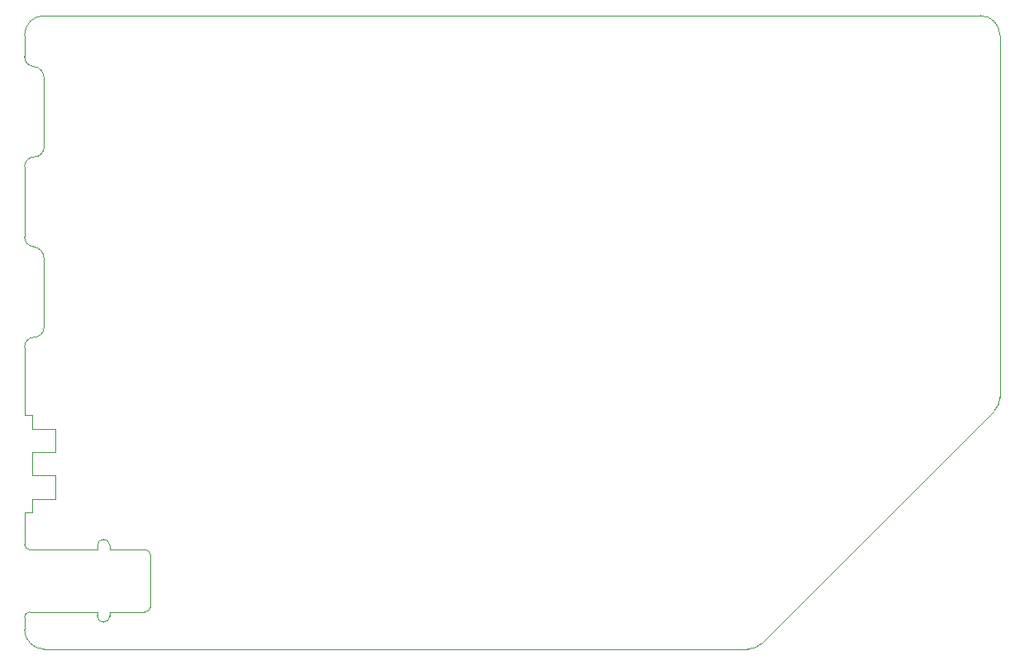
<source format=gko>
*
*
G04 PADS9.1 Build Number: 384028 generated Gerber (RS-274-X) file*
G04 PC Version=2.1*
*
%IN "PSDR.pcb"*%
*
%MOIN*%
*
%FSLAX35Y35*%
*
*
*
*
G04 PC Standard Apertures*
*
*
G04 Thermal Relief Aperture macro.*
%AMTER*
1,1,$1,0,0*
1,0,$1-$2,0,0*
21,0,$3,$4,0,0,45*
21,0,$3,$4,0,0,135*
%
*
*
G04 Annular Aperture macro.*
%AMANN*
1,1,$1,0,0*
1,0,$2,0,0*
%
*
*
G04 Odd Aperture macro.*
%AMODD*
1,1,$1,0,0*
1,0,$1-0.005,0,0*
%
*
*
G04 PC Custom Aperture Macros*
*
*
*
*
*
*
G04 PC Aperture Table*
*
%ADD042C,0.001*%
*
*
*
*
G04 PC Circuitry*
G04 Layer Name PSDR.pcb - circuitry*
%LPD*%
*
*
G04 PC Custom Flashes*
G04 Layer Name PSDR.pcb - flashes*
%LPD*%
*
*
G04 PC Circuitry*
G04 Layer Name PSDR.pcb - circuitry*
%LPD*%
*
G54D42*
G01X100000Y107874D02*
G75*
G03X107874Y100000I7874J0D01*
G01X392014*
G03X397582Y102306I0J7874*
G01X491395Y196119*
G03X493701Y201687I-5568J5568*
G01Y348031*
G03X485827Y355906I-7874J0*
G01X107874*
G03X100000Y348031I0J-7875*
G01Y339316*
G03X103567Y335396I3937J-0*
G01X107874Y330312D02*
G03X103570Y335396I-4752J341D01*
G01X107874Y330315D02*
Y302756D01*
X103937Y298819D02*
G03X107874Y302756I0J3937D01*
G01X103937Y298819D02*
G03X100000Y294882I0J-3937D01*
G01Y266481*
G03X103567Y262562I3937J0*
G01X107874Y257477D02*
G03X103570Y262561I-4752J341D01*
G01X107874Y257480D02*
Y229921D01*
X103937Y225984D02*
G03X107874Y229921I0J3937D01*
G01X103937Y225984D02*
G03X100000Y222047I0J-3937D01*
G01Y194488*
X103200*
Y188976*
X112598*
Y179528*
X103200*
Y170079*
X112598*
Y160630*
X103200*
Y155118*
X100000*
Y142126*
G03X101969Y140157I1969J-0*
G01X129400Y140200*
Y141800*
X134400D02*
G03X129400I-2500J0D01*
G01X134400D02*
Y140157D01*
X148425*
X150800Y138187D02*
G03X148427Y140158I-2172J-201D01*
G01X150800Y138189D02*
Y116929D01*
X148423Y114961D02*
G03X150800Y116927I205J2172D01*
G01X148425Y114961D02*
X134400D01*
Y113361*
X129400D02*
G03X134400I2500J-0D01*
G01X129400D02*
Y114961D01*
X101969*
G03X100000Y112992I0J-1969*
G01Y107874*
G74*
X0Y0D02*
M02*

</source>
